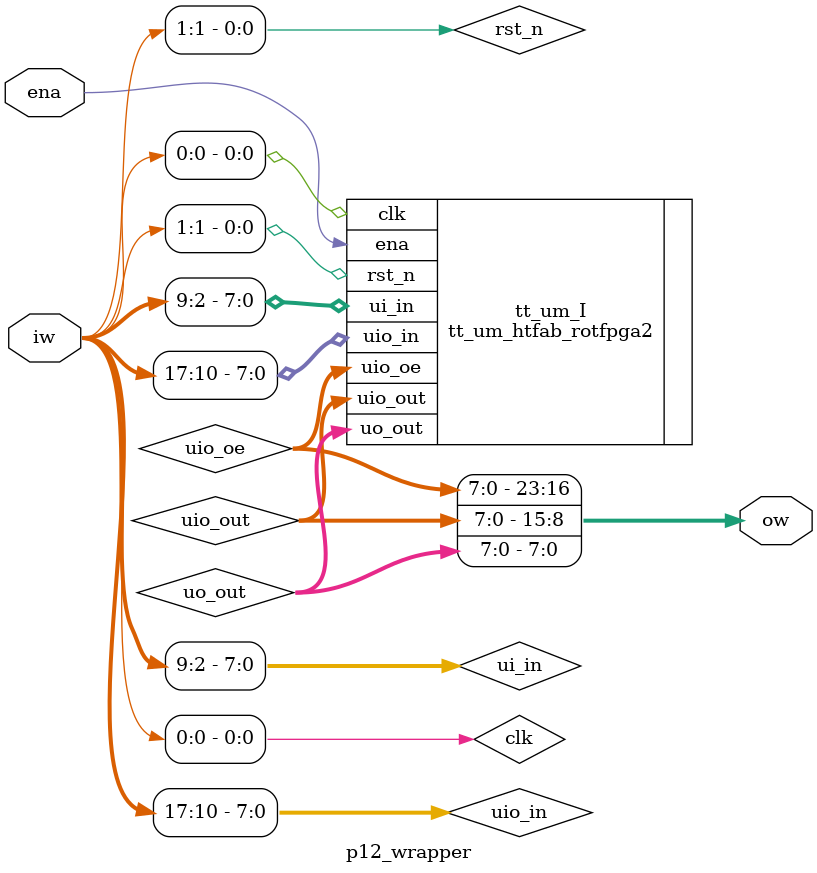
<source format=v>
`default_nettype none

module p12_wrapper (
  input wire ena,
  input wire [17:0] iw,
  output wire [23:0] ow
);

wire [7:0] uio_in;
wire [7:0] uio_out;
wire [7:0] uio_oe;
wire [7:0] uo_out;
wire [7:0] ui_in;
wire clk;
wire rst_n;

assign { uio_in, ui_in, rst_n, clk} = iw;
assign ow = { uio_oe, uio_out, uo_out };

tt_um_htfab_rotfpga2 tt_um_I (
  .uio_in  (uio_in),
  .uio_out (uio_out),
  .uio_oe  (uio_oe),
  .uo_out  (uo_out),
  .ui_in   (ui_in),
  .ena     (ena),
  .clk     (clk),
  .rst_n   (rst_n)
);

endmodule

</source>
